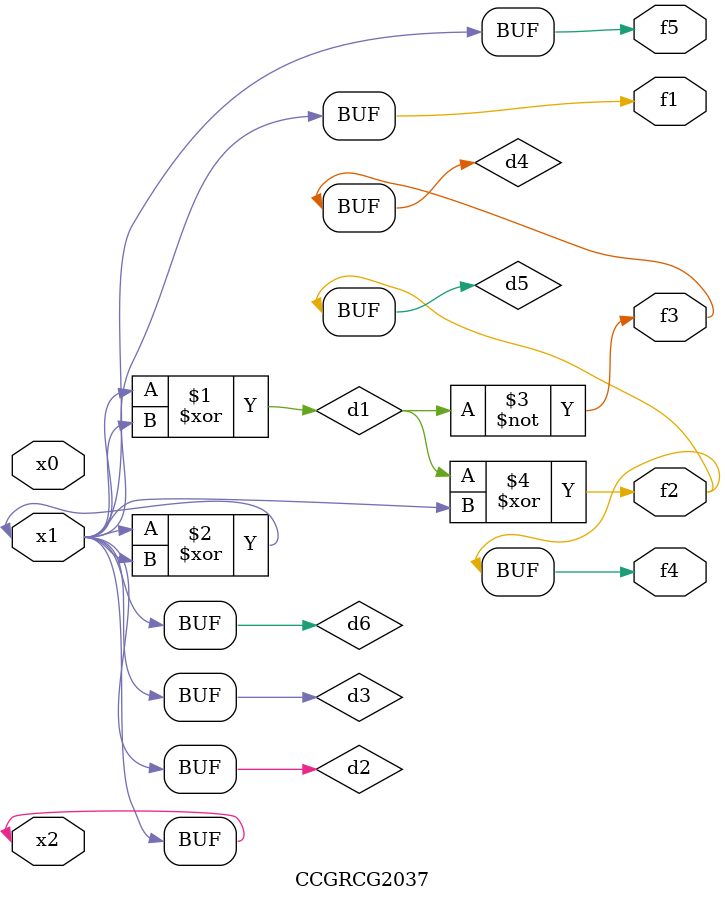
<source format=v>
module CCGRCG2037(
	input x0, x1, x2,
	output f1, f2, f3, f4, f5
);

	wire d1, d2, d3, d4, d5, d6;

	xor (d1, x1, x2);
	buf (d2, x1, x2);
	xor (d3, x1, x2);
	nor (d4, d1);
	xor (d5, d1, d2);
	buf (d6, d2, d3);
	assign f1 = d6;
	assign f2 = d5;
	assign f3 = d4;
	assign f4 = d5;
	assign f5 = d6;
endmodule

</source>
